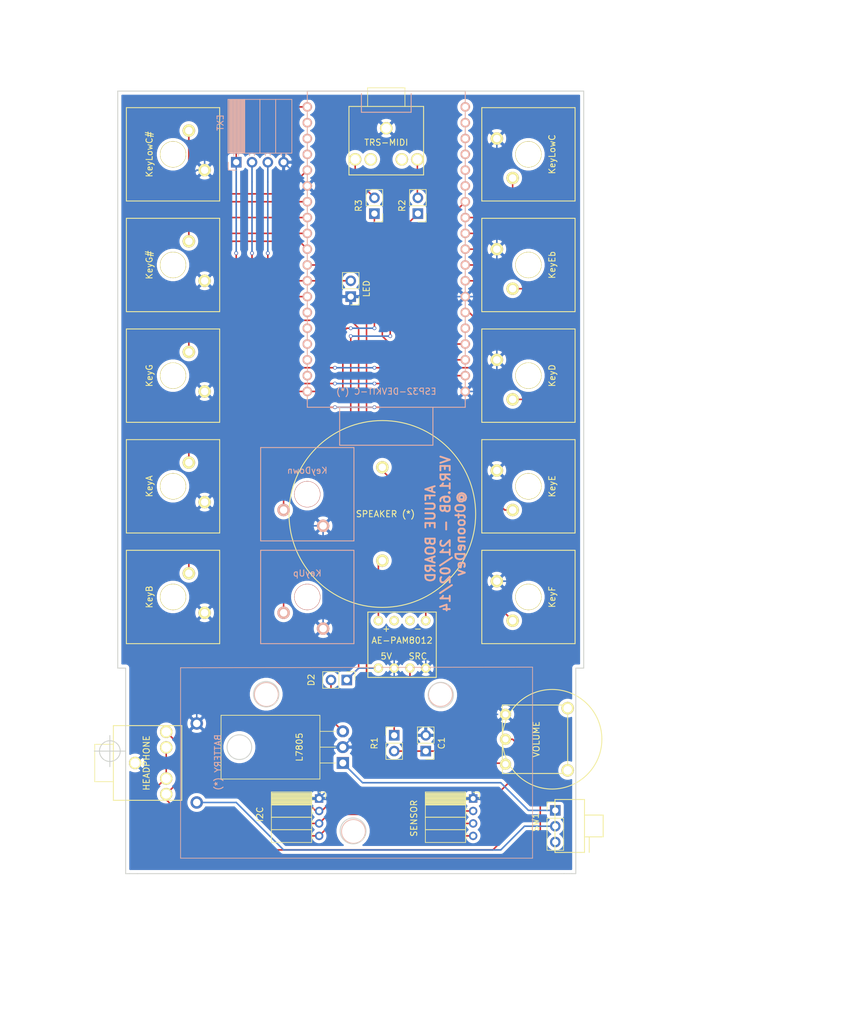
<source format=kicad_pcb>
(kicad_pcb (version 20171130) (host pcbnew "(5.1.8)-1")
  (layers (0 F.Cu signal) (31 B.Cu signal) (34 B.Paste user) (35 F.Paste user) (36 B.SilkS user) (37 F.SilkS user) (38 B.Mask user) (39 F.Mask user) (44 Edge.Cuts user))
  (net 0 "")
  (net 1 GND)
  (net 2 "Net-(P1-Pad3)")
  (net 3 "Net-(P1-Pad4)")
  (net 4 "Net-(P2-Pad1)")
  (net 5 +5V)
  (net 6 "Net-(KeyA1-Pad1)")
  (net 7 "Net-(KeyB1-Pad1)")
  (net 8 "Net-(KeyD1-Pad1)")
  (net 9 "Net-(KeyDown1-Pad1)")
  (net 10 "Net-(KeyE1-Pad1)")
  (net 11 "Net-(KeyEb1-Pad1)")
  (net 12 "Net-(KeyF1-Pad1)")
  (net 13 "Net-(KeyG#1-Pad1)")
  (net 14 "Net-(KeyG1-Pad1)")
  (net 15 "Net-(KeyLowC#1-Pad1)")
  (net 16 "Net-(KeyLowC1-Pad1)")
  (net 17 "Net-(KeyUP1-Pad1)")
  (net 18 "Net-(P5-Pad2)")
  (net 19 "Net-(P3-Pad2)")
  (net 20 "Net-(P3-Pad3)")
  (net 21 "Net-(P2-Pad2)")
  (net 22 "Net-(D1-Pad2)")
  (net 23 "Net-(P8-Pad3)")
  (net 24 "Net-(P8-Pad5)")
  (net 25 "Net-(R1-Pad1)")
  (net 26 "Net-(C1-Pad1)")
  (net 27 "Net-(P1-Pad2)")
  (net 28 "Net-(KeyA1-Pad3)")
  (net 29 "Net-(KeyB1-Pad3)")
  (net 30 "Net-(KeyD1-Pad3)")
  (net 31 "Net-(KeyDown1-Pad3)")
  (net 32 "Net-(KeyE1-Pad3)")
  (net 33 "Net-(KeyEb1-Pad3)")
  (net 34 "Net-(KeyF1-Pad3)")
  (net 35 "Net-(KeyG1-Pad3)")
  (net 36 "Net-(KeyG#1-Pad3)")
  (net 37 "Net-(KeyLowC1-Pad3)")
  (net 38 "Net-(KeyLowC#1-Pad3)")
  (net 39 "Net-(KeyUP1-Pad3)")
  (net 40 "Net-(P4-Pad1)")
  (net 41 "Net-(P6-Pad6)")
  (net 42 "Net-(P6-Pad7)")
  (net 43 "Net-(P8-Pad2)")
  (net 44 "Net-(P8-Pad4)")
  (net 45 +9V)
  (net 46 "Net-(SW1-Pad3)")
  (net 47 "Net-(U1-Pad6)")
  (net 48 "Net-(U1-Pad5)")
  (net 49 "Net-(U1-Pad16)")
  (net 50 "Net-(U1-Pad17)")
  (net 51 "Net-(U1-Pad4)")
  (net 52 "Net-(U1-Pad3)")
  (net 53 "Net-(U1-Pad18)")
  (net 54 "Net-(U1-Pad2)")
  (net 55 "Net-(U1-Pad20)")
  (net 56 "Net-(U1-Pad21)")
  (net 57 "Net-(U1-Pad22)")
  (net 58 "Net-(U1-Pad23)")
  (net 59 "Net-(U1-Pad24)")
  (net 60 "Net-(U1-Pad25)")
  (net 61 "Net-(U1-Pad34)")
  (net 62 "Net-(D2-Pad2)")
  (net 63 "Net-(R2-Pad1)")
  (module "HPJack_PJ307:PJ-307 AudioJack" (layer F.Cu) (at 120.65 167.005 90)
    (fp_text reference HEADPHONE (at 0 -6.175 90) (layer F.SilkS))
    (fp_text value HEADPHONE)
    (pad 5 thru_hole circle (at 5 -3 90) (size 2 2) (drill 1.5) (layers *.Cu *.Mask F.SilkS) (net 19 "Net-(P3-Pad2)"))
    (pad 4 thru_hole circle (at 2.5 -3 90) (size 2 2) (drill 1.5) (layers *.Cu *.Mask F.SilkS) (net 20 "Net-(P3-Pad3)"))
    (pad 3 thru_hole circle (at -2.5 -3 90) (size 2 2) (drill 1.5) (layers *.Cu *.Mask F.SilkS) (net 20 "Net-(P3-Pad3)"))
    (pad 2 thru_hole circle (at -5 -3 90) (size 2 2) (drill 1.5) (layers *.Cu *.Mask F.SilkS) (net 19 "Net-(P3-Pad2)"))
    (pad 1 thru_hole circle (at 0 -8 90) (size 2 2) (drill 1.5) (layers *.Cu *.Mask F.SilkS) (net 1 GND))
  )
  (module "HPJack_PJ307:PJ-307 AudioJack" (layer F.Cu) (at 153.035 73.025)
    (fp_text reference TRS-MIDI (at 0 -5.715) (layer F.SilkS))
    (fp_text value "TRS MIDI")
    (pad 5 thru_hole circle (at 5 -3) (size 2 2) (drill 1.5) (layers *.Cu *.Mask F.SilkS) (net 24 "Net-(P8-Pad5)"))
    (pad 4 thru_hole circle (at 2.5 -3) (size 2 2) (drill 1.5) (layers *.Cu *.Mask F.SilkS) (net 44 "Net-(P8-Pad4)"))
    (pad 3 thru_hole circle (at -2.5 -3) (size 2 2) (drill 1.5) (layers *.Cu *.Mask F.SilkS) (net 23 "Net-(P8-Pad3)"))
    (pad 2 thru_hole circle (at -5 -3) (size 2 2) (drill 1.5) (layers *.Cu *.Mask F.SilkS) (net 43 "Net-(P8-Pad2)"))
    (pad 1 thru_hole circle (at 0 -8) (size 2 2) (drill 1.5) (layers *.Cu *.Mask F.SilkS) (net 1 GND))
  )
  (module BH-9V-3P24:BH-9V-3P24 (layer B.Cu) (at 122.555 167.005 90)
    (fp_text reference "BATTERY (*)" (at 0.1 3.4 270) (layer B.SilkS) (effects (justify mirror)))
    (fp_text value POWER)
    (pad 2 thru_hole circle (at 6.35 0 90) (size 2 2) (drill 1.2) (layers *.Cu *.Mask) (net 1 GND))
    (pad 1 thru_hole circle (at -6.35 0 90) (size 2 2) (drill 1.2) (layers *.Cu *.Mask) (net 40 "Net-(P4-Pad1)"))
  )
  (module Package_TO_SOT_THT:TO-220-3_Horizontal_TabDown (layer F.Cu) (at 146.05 167.005 90)
    (fp_text reference L7805 (at 2.54 -6.985 270) (layer F.SilkS))
    (fp_text value L7805)
    (pad "" np_thru_hole oval (at 2.54 -16.66 90) (size 3.5 3.5) (drill 3.5) (layers *.Cu *.Mask))
    (pad 1 thru_hole rect (at 0 0 90) (size 1.905 2) (drill 1.1) (layers *.Cu *.Mask) (net 45 +9V))
    (pad 2 thru_hole oval (at 2.54 0 90) (size 1.905 2) (drill 1.1) (layers *.Cu *.Mask) (net 1 GND))
    (pad 3 thru_hole oval (at 5.08 0 90) (size 1.905 2) (drill 1.1) (layers *.Cu *.Mask) (net 62 "Net-(D2-Pad2)"))
  )
  (module R1001-N16:R1001-N16 (layer F.Cu) (at 179.705 163.195 270)
    (fp_text reference VOLUME (at 0 2.54 270) (layer F.SilkS))
    (fp_text value POT)
    (pad "" thru_hole circle (at 5 -2.5 270) (size 2 2) (drill 1.4) (layers *.Cu *.Mask F.SilkS))
    (pad 3 thru_hole circle (at 4 7.5 270) (size 1.8 1.8) (drill 1) (layers *.Cu *.Mask F.SilkS) (net 26 "Net-(C1-Pad1)"))
    (pad 2 thru_hole circle (at 0 7.5 270) (size 1.8 1.8) (drill 1) (layers *.Cu *.Mask F.SilkS) (net 19 "Net-(P3-Pad2)"))
    (pad 1 thru_hole circle (at -4 7.5 270) (size 1.8 1.8) (drill 1) (layers *.Cu *.Mask F.SilkS) (net 1 GND))
    (pad "" thru_hole circle (at -5 -2.5 270) (size 2 2) (drill 1.4) (layers *.Cu *.Mask F.SilkS))
  )
  (module esp32-devkit-c:ESP32-DEVKIT-C (layer B.Cu) (at 153.035 84.455)
    (fp_text reference "ESP32-DEVKIT-C (*)" (at 0 22.86) (layer B.SilkS) (effects (justify mirror)))
    (fp_text value ESP32-DEVKIT-C)
    (pad 10 thru_hole circle (at -12.7 0) (size 1.524 1.524) (drill 1) (layers *.Cu *.Mask B.SilkS) (net 7 "Net-(KeyB1-Pad1)"))
    (pad 29 thru_hole circle (at 12.7 0) (size 1.524 1.524) (drill 1) (layers *.Cu *.Mask B.SilkS) (net 8 "Net-(KeyD1-Pad1)"))
    (pad 9 thru_hole circle (at -12.7 2.54) (size 1.524 1.524) (drill 1) (layers *.Cu *.Mask B.SilkS) (net 25 "Net-(R1-Pad1)"))
    (pad 8 thru_hole circle (at -12.7 5.08) (size 1.524 1.524) (drill 1) (layers *.Cu *.Mask B.SilkS) (net 22 "Net-(D1-Pad2)"))
    (pad 7 thru_hole circle (at -12.7 7.62) (size 1.524 1.524) (drill 1) (layers *.Cu *.Mask B.SilkS) (net 18 "Net-(P5-Pad2)"))
    (pad 6 thru_hole circle (at -12.7 10.16) (size 1.524 1.524) (drill 1) (layers *.Cu *.Mask B.SilkS) (net 47 "Net-(U1-Pad6)"))
    (pad 5 thru_hole circle (at -12.7 12.7) (size 1.524 1.524) (drill 1) (layers *.Cu *.Mask B.SilkS) (net 48 "Net-(U1-Pad5)"))
    (pad 11 thru_hole circle (at -12.7 -2.54) (size 1.524 1.524) (drill 1) (layers *.Cu *.Mask B.SilkS) (net 6 "Net-(KeyA1-Pad1)"))
    (pad 12 thru_hole circle (at -12.7 -5.08) (size 1.524 1.524) (drill 1) (layers *.Cu *.Mask B.SilkS) (net 14 "Net-(KeyG1-Pad1)"))
    (pad 13 thru_hole circle (at -12.7 -7.62) (size 1.524 1.524) (drill 1) (layers *.Cu *.Mask B.SilkS) (net 13 "Net-(KeyG#1-Pad1)"))
    (pad 14 thru_hole circle (at -12.7 -10.16) (size 1.524 1.524) (drill 1) (layers *.Cu *.Mask B.SilkS) (net 1 GND))
    (pad 15 thru_hole circle (at -12.7 -12.7) (size 1.524 1.524) (drill 1) (layers *.Cu *.Mask B.SilkS) (net 15 "Net-(KeyLowC#1-Pad1)"))
    (pad 16 thru_hole circle (at -12.7 -15.24) (size 1.524 1.524) (drill 1) (layers *.Cu *.Mask B.SilkS) (net 49 "Net-(U1-Pad16)"))
    (pad 17 thru_hole circle (at -12.7 -17.78) (size 1.524 1.524) (drill 1) (layers *.Cu *.Mask B.SilkS) (net 50 "Net-(U1-Pad17)"))
    (pad 4 thru_hole circle (at -12.7 15.24) (size 1.524 1.524) (drill 1) (layers *.Cu *.Mask B.SilkS) (net 51 "Net-(U1-Pad4)"))
    (pad 3 thru_hole circle (at -12.7 17.78) (size 1.524 1.524) (drill 1) (layers *.Cu *.Mask B.SilkS) (net 52 "Net-(U1-Pad3)"))
    (pad 18 thru_hole circle (at -12.7 -20.32) (size 1.524 1.524) (drill 1) (layers *.Cu *.Mask B.SilkS) (net 53 "Net-(U1-Pad18)"))
    (pad 2 thru_hole circle (at -12.7 20.32) (size 1.524 1.524) (drill 1) (layers *.Cu *.Mask B.SilkS) (net 54 "Net-(U1-Pad2)"))
    (pad 1 thru_hole circle (at -12.7 22.86) (size 1.524 1.524) (drill 1) (layers *.Cu *.Mask B.SilkS) (net 27 "Net-(P1-Pad2)"))
    (pad 19 thru_hole circle (at -12.7 -22.86) (size 1.524 1.524) (drill 1) (layers *.Cu *.Mask B.SilkS) (net 5 +5V))
    (pad 20 thru_hole circle (at 12.7 -22.86) (size 1.524 1.524) (drill 1) (layers *.Cu *.Mask B.SilkS) (net 55 "Net-(U1-Pad20)"))
    (pad 21 thru_hole circle (at 12.7 -20.32) (size 1.524 1.524) (drill 1) (layers *.Cu *.Mask B.SilkS) (net 56 "Net-(U1-Pad21)"))
    (pad 22 thru_hole circle (at 12.7 -17.78) (size 1.524 1.524) (drill 1) (layers *.Cu *.Mask B.SilkS) (net 57 "Net-(U1-Pad22)"))
    (pad 23 thru_hole circle (at 12.7 -15.24) (size 1.524 1.524) (drill 1) (layers *.Cu *.Mask B.SilkS) (net 58 "Net-(U1-Pad23)"))
    (pad 24 thru_hole circle (at 12.7 -12.7) (size 1.524 1.524) (drill 1) (layers *.Cu *.Mask B.SilkS) (net 59 "Net-(U1-Pad24)"))
    (pad 25 thru_hole circle (at 12.7 -10.16) (size 1.524 1.524) (drill 1) (layers *.Cu *.Mask B.SilkS) (net 60 "Net-(U1-Pad25)"))
    (pad 26 thru_hole circle (at 12.7 -7.62) (size 1.524 1.524) (drill 1) (layers *.Cu *.Mask B.SilkS) (net 17 "Net-(KeyUP1-Pad1)"))
    (pad 27 thru_hole circle (at 12.7 -5.08) (size 1.524 1.524) (drill 1) (layers *.Cu *.Mask B.SilkS) (net 16 "Net-(KeyLowC1-Pad1)"))
    (pad 28 thru_hole circle (at 12.7 -2.54) (size 1.524 1.524) (drill 1) (layers *.Cu *.Mask B.SilkS) (net 11 "Net-(KeyEb1-Pad1)"))
    (pad 30 thru_hole circle (at 12.7 2.54) (size 1.524 1.524) (drill 1) (layers *.Cu *.Mask B.SilkS) (net 10 "Net-(KeyE1-Pad1)"))
    (pad 31 thru_hole circle (at 12.7 5.08) (size 1.524 1.524) (drill 1) (layers *.Cu *.Mask B.SilkS) (net 12 "Net-(KeyF1-Pad1)"))
    (pad 32 thru_hole circle (at 12.7 7.62) (size 1.524 1.524) (drill 1) (layers *.Cu *.Mask B.SilkS) (net 1 GND))
    (pad 33 thru_hole circle (at 12.7 10.16) (size 1.524 1.524) (drill 1) (layers *.Cu *.Mask B.SilkS) (net 2 "Net-(P1-Pad3)"))
    (pad 34 thru_hole circle (at 12.7 12.7) (size 1.524 1.524) (drill 1) (layers *.Cu *.Mask B.SilkS) (net 61 "Net-(U1-Pad34)"))
    (pad 35 thru_hole circle (at 12.7 15.24) (size 1.524 1.524) (drill 1) (layers *.Cu *.Mask B.SilkS) (net 63 "Net-(R2-Pad1)"))
    (pad 36 thru_hole circle (at 12.7 17.78) (size 1.524 1.524) (drill 1) (layers *.Cu *.Mask B.SilkS) (net 3 "Net-(P1-Pad4)"))
    (pad 37 thru_hole circle (at 12.7 20.32) (size 1.524 1.524) (drill 1) (layers *.Cu *.Mask B.SilkS) (net 9 "Net-(KeyDown1-Pad1)"))
    (pad 38 thru_hole circle (at 12.7 22.86) (size 1.524 1.524) (drill 1) (layers *.Cu *.Mask B.SilkS) (net 1 GND))
  )
  (module CherryMX-Switch:CherryMX-Switch (layer F.Cu) (at 118.745 69.215 270)
    (fp_text reference KeyLowC# (at 0 3.81 270) (layer F.SilkS))
    (fp_text value KeyLowC#)
    (pad 1 thru_hole circle (at -3.81 -2.54 270) (size 2 2) (drill 1.2) (layers *.Cu *.Mask F.SilkS) (net 15 "Net-(KeyLowC#1-Pad1)"))
    (pad 2 thru_hole circle (at 2.54 -5.08 270) (size 2 2) (drill 1.2) (layers *.Cu *.Mask F.SilkS) (net 1 GND))
    (pad 3 thru_hole circle (at 0 0 270) (size 4.2 4.2) (drill 4) (layers *.Cu *.Mask F.SilkS) (net 38 "Net-(KeyLowC#1-Pad3)"))
  )
  (module CherryMX-Switch:CherryMX-Switch (layer F.Cu) (at 118.745 86.995 270)
    (fp_text reference KeyG# (at 0 3.81 270) (layer F.SilkS))
    (fp_text value KeyG#)
    (pad 1 thru_hole circle (at -3.81 -2.54 270) (size 2 2) (drill 1.2) (layers *.Cu *.Mask F.SilkS) (net 13 "Net-(KeyG#1-Pad1)"))
    (pad 2 thru_hole circle (at 2.54 -5.08 270) (size 2 2) (drill 1.2) (layers *.Cu *.Mask F.SilkS) (net 1 GND))
    (pad 3 thru_hole circle (at 0 0 270) (size 4.2 4.2) (drill 4) (layers *.Cu *.Mask F.SilkS) (net 36 "Net-(KeyG#1-Pad3)"))
  )
  (module CherryMX-Switch:CherryMX-Switch (layer F.Cu) (at 118.745 104.775 270)
    (fp_text reference KeyG (at 0 3.81 270) (layer F.SilkS))
    (fp_text value KeyG)
    (pad 1 thru_hole circle (at -3.81 -2.54 270) (size 2 2) (drill 1.2) (layers *.Cu *.Mask F.SilkS) (net 14 "Net-(KeyG1-Pad1)"))
    (pad 2 thru_hole circle (at 2.54 -5.08 270) (size 2 2) (drill 1.2) (layers *.Cu *.Mask F.SilkS) (net 1 GND))
    (pad 3 thru_hole circle (at 0 0 270) (size 4.2 4.2) (drill 4) (layers *.Cu *.Mask F.SilkS) (net 35 "Net-(KeyG1-Pad3)"))
  )
  (module CherryMX-Switch:CherryMX-Switch (layer F.Cu) (at 118.745 122.555 270)
    (fp_text reference KeyA (at 0 3.81 270) (layer F.SilkS))
    (fp_text value KeyA)
    (pad 1 thru_hole circle (at -3.81 -2.54 270) (size 2 2) (drill 1.2) (layers *.Cu *.Mask F.SilkS) (net 6 "Net-(KeyA1-Pad1)"))
    (pad 2 thru_hole circle (at 2.54 -5.08 270) (size 2 2) (drill 1.2) (layers *.Cu *.Mask F.SilkS) (net 1 GND))
    (pad 3 thru_hole circle (at 0 0 270) (size 4.2 4.2) (drill 4) (layers *.Cu *.Mask F.SilkS) (net 28 "Net-(KeyA1-Pad3)"))
  )
  (module CherryMX-Switch:CherryMX-Switch (layer F.Cu) (at 118.745 140.335 270)
    (fp_text reference KeyB (at 0 3.81 270) (layer F.SilkS))
    (fp_text value KeyB)
    (pad 1 thru_hole circle (at -3.81 -2.54 270) (size 2 2) (drill 1.2) (layers *.Cu *.Mask F.SilkS) (net 7 "Net-(KeyB1-Pad1)"))
    (pad 2 thru_hole circle (at 2.54 -5.08 270) (size 2 2) (drill 1.2) (layers *.Cu *.Mask F.SilkS) (net 1 GND))
    (pad 3 thru_hole circle (at 0 0 270) (size 4.2 4.2) (drill 4) (layers *.Cu *.Mask F.SilkS) (net 29 "Net-(KeyB1-Pad3)"))
  )
  (module CherryMX-Switch:CherryMX-Switch (layer F.Cu) (at 175.895 69.215 90)
    (fp_text reference KeyLowC (at 0 3.81 90) (layer F.SilkS))
    (fp_text value KeyLowC)
    (pad 1 thru_hole circle (at -3.81 -2.54 90) (size 2 2) (drill 1.2) (layers *.Cu *.Mask F.SilkS) (net 16 "Net-(KeyLowC1-Pad1)"))
    (pad 2 thru_hole circle (at 2.54 -5.08 90) (size 2 2) (drill 1.2) (layers *.Cu *.Mask F.SilkS) (net 1 GND))
    (pad 3 thru_hole circle (at 0 0 90) (size 4.2 4.2) (drill 4) (layers *.Cu *.Mask F.SilkS) (net 37 "Net-(KeyLowC1-Pad3)"))
  )
  (module CherryMX-Switch:CherryMX-Switch (layer F.Cu) (at 175.895 86.995 90)
    (fp_text reference KeyEb (at 0 3.81 90) (layer F.SilkS))
    (fp_text value KeyEb)
    (pad 1 thru_hole circle (at -3.81 -2.54 90) (size 2 2) (drill 1.2) (layers *.Cu *.Mask F.SilkS) (net 11 "Net-(KeyEb1-Pad1)"))
    (pad 2 thru_hole circle (at 2.54 -5.08 90) (size 2 2) (drill 1.2) (layers *.Cu *.Mask F.SilkS) (net 1 GND))
    (pad 3 thru_hole circle (at 0 0 90) (size 4.2 4.2) (drill 4) (layers *.Cu *.Mask F.SilkS) (net 33 "Net-(KeyEb1-Pad3)"))
  )
  (module CherryMX-Switch:CherryMX-Switch (layer F.Cu) (at 175.895 104.775 90)
    (fp_text reference KeyD (at 0 3.81 90) (layer F.SilkS))
    (fp_text value KeyD)
    (pad 1 thru_hole circle (at -3.81 -2.54 90) (size 2 2) (drill 1.2) (layers *.Cu *.Mask F.SilkS) (net 8 "Net-(KeyD1-Pad1)"))
    (pad 2 thru_hole circle (at 2.54 -5.08 90) (size 2 2) (drill 1.2) (layers *.Cu *.Mask F.SilkS) (net 1 GND))
    (pad 3 thru_hole circle (at 0 0 90) (size 4.2 4.2) (drill 4) (layers *.Cu *.Mask F.SilkS) (net 30 "Net-(KeyD1-Pad3)"))
  )
  (module CherryMX-Switch:CherryMX-Switch (layer F.Cu) (at 175.895 122.555 90)
    (fp_text reference KeyE (at 0 3.81 90) (layer F.SilkS))
    (fp_text value KeyE)
    (pad 1 thru_hole circle (at -3.81 -2.54 90) (size 2 2) (drill 1.2) (layers *.Cu *.Mask F.SilkS) (net 10 "Net-(KeyE1-Pad1)"))
    (pad 2 thru_hole circle (at 2.54 -5.08 90) (size 2 2) (drill 1.2) (layers *.Cu *.Mask F.SilkS) (net 1 GND))
    (pad 3 thru_hole circle (at 0 0 90) (size 4.2 4.2) (drill 4) (layers *.Cu *.Mask F.SilkS) (net 32 "Net-(KeyE1-Pad3)"))
  )
  (module CherryMX-Switch:CherryMX-Switch (layer F.Cu) (at 175.895 140.335 90)
    (fp_text reference KeyF (at 0 3.81 90) (layer F.SilkS))
    (fp_text value KeyF)
    (pad 1 thru_hole circle (at -3.81 -2.54 90) (size 2 2) (drill 1.2) (layers *.Cu *.Mask F.SilkS) (net 12 "Net-(KeyF1-Pad1)"))
    (pad 2 thru_hole circle (at 2.54 -5.08 90) (size 2 2) (drill 1.2) (layers *.Cu *.Mask F.SilkS) (net 1 GND))
    (pad 3 thru_hole circle (at 0 0 90) (size 4.2 4.2) (drill 4) (layers *.Cu *.Mask F.SilkS) (net 34 "Net-(KeyF1-Pad3)"))
  )
  (module CherryMX-Switch:CherryMX-Switch (layer B.Cu) (at 140.335 140.335)
    (fp_text reference KeyUp (at 0 -3.81) (layer B.SilkS) (effects (justify mirror)))
    (fp_text value KeyUp)
    (pad 1 thru_hole circle (at -3.81 2.54) (size 2 2) (drill 1.2) (layers *.Cu *.Mask B.SilkS) (net 17 "Net-(KeyUP1-Pad1)"))
    (pad 2 thru_hole circle (at 2.54 5.08) (size 2 2) (drill 1.2) (layers *.Cu *.Mask B.SilkS) (net 1 GND))
    (pad 3 thru_hole circle (at 0 0) (size 4.2 4.2) (drill 4) (layers *.Cu *.Mask B.SilkS) (net 39 "Net-(KeyUP1-Pad3)"))
  )
  (module CherryMX-Switch:CherryMX-Switch (layer B.Cu) (at 140.335 123.825)
    (fp_text reference KeyDown (at 0 -3.81) (layer B.SilkS) (effects (justify mirror)))
    (fp_text value KeyDown)
    (pad 1 thru_hole circle (at -3.81 2.54) (size 2 2) (drill 1.2) (layers *.Cu *.Mask B.SilkS) (net 9 "Net-(KeyDown1-Pad1)"))
    (pad 2 thru_hole circle (at 2.54 5.08) (size 2 2) (drill 1.2) (layers *.Cu *.Mask B.SilkS) (net 1 GND))
    (pad 3 thru_hole circle (at 0 0) (size 4.2 4.2) (drill 4) (layers *.Cu *.Mask B.SilkS) (net 31 "Net-(KeyDown1-Pad3)"))
  )
  (module AE-PAM8012:AE-PAM8012 (layer F.Cu) (at 155.575 147.955)
    (fp_text reference AE-PAM8012 (at 0 -0.635) (layer F.SilkS))
    (fp_text value AE-PAM8012)
    (fp_text user SRC (at 2.54 1.905) (layer F.SilkS))
    (fp_text user 5V (at -2.54 1.905) (layer F.SilkS))
    (fp_text user - (at 2.54 -2.54) (layer F.SilkS))
    (fp_text user + (at -2.54 -2.54) (layer F.SilkS))
    (pad 1 thru_hole circle (at -3.81 3.81) (size 1.524 1.524) (drill 0.9) (layers *.Cu *.Mask F.SilkS) (net 5 +5V))
    (pad 2 thru_hole circle (at -1.27 3.81) (size 1.524 1.524) (drill 0.9) (layers *.Cu *.Mask F.SilkS) (net 1 GND))
    (pad 3 thru_hole circle (at 1.27 3.81) (size 1.524 1.524) (drill 0.9) (layers *.Cu *.Mask F.SilkS) (net 20 "Net-(P3-Pad3)"))
    (pad 4 thru_hole circle (at 3.81 3.81) (size 1.524 1.524) (drill 0.9) (layers *.Cu *.Mask F.SilkS) (net 1 GND))
    (pad 5 thru_hole circle (at -3.81 -3.81) (size 1.524 1.524) (drill 0.9) (layers *.Cu *.Mask F.SilkS) (net 4 "Net-(P2-Pad1)"))
    (pad 6 thru_hole circle (at -1.27 -3.81) (size 1.524 1.524) (drill 0.9) (layers *.Cu *.Mask F.SilkS) (net 41 "Net-(P6-Pad6)"))
    (pad 7 thru_hole circle (at 1.27 -3.81) (size 1.524 1.524) (drill 0.9) (layers *.Cu *.Mask F.SilkS) (net 42 "Net-(P6-Pad7)"))
    (pad 8 thru_hole circle (at 3.81 -3.81) (size 1.524 1.524) (drill 0.9) (layers *.Cu *.Mask F.SilkS) (net 21 "Net-(P2-Pad2)"))
  )
  (module Pin_Headers:Pin_Header_Straight_1x02_Pitch2.54mm (layer F.Cu) (at 147.32 92.075 180)
    (fp_text reference LED (at -2.54 1.27 270) (layer F.SilkS))
    (fp_text value Led_Small)
    (pad 1 thru_hole rect (at 0 0 180) (size 1.7 1.7) (drill 1) (layers *.Cu *.Mask) (net 1 GND))
    (pad 2 thru_hole oval (at 0 2.54 180) (size 1.7 1.7) (drill 1) (layers *.Cu *.Mask) (net 22 "Net-(D1-Pad2)"))
  )
  (module Pin_Headers:Pin_Header_Straight_1x02_Pitch2.54mm (layer F.Cu) (at 154.305 162.56)
    (fp_text reference R1 (at -3.175 1.27 90) (layer F.SilkS))
    (fp_text value 510)
    (pad 1 thru_hole rect (at 0 0) (size 1.7 1.7) (drill 1) (layers *.Cu *.Mask) (net 25 "Net-(R1-Pad1)"))
    (pad 2 thru_hole oval (at 0 2.54) (size 1.7 1.7) (drill 1) (layers *.Cu *.Mask) (net 26 "Net-(C1-Pad1)"))
  )
  (module Pin_Headers:Pin_Header_Straight_1x02_Pitch2.54mm (layer F.Cu) (at 158.115 78.74 180)
    (fp_text reference R2 (at 2.54 1.27 90) (layer F.SilkS))
    (fp_text value 47)
    (pad 1 thru_hole rect (at 0 0 180) (size 1.7 1.7) (drill 1) (layers *.Cu *.Mask) (net 63 "Net-(R2-Pad1)"))
    (pad 2 thru_hole oval (at 0 2.54 180) (size 1.7 1.7) (drill 1) (layers *.Cu *.Mask) (net 24 "Net-(P8-Pad5)"))
  )
  (module Pin_Headers:Pin_Header_Straight_1x02_Pitch2.54mm (layer F.Cu) (at 151.13 78.74 180)
    (fp_text reference R3 (at 2.54 1.27 270) (layer F.SilkS))
    (fp_text value 47)
    (pad 1 thru_hole rect (at 0 0 180) (size 1.7 1.7) (drill 1) (layers *.Cu *.Mask) (net 27 "Net-(P1-Pad2)"))
    (pad 2 thru_hole oval (at 0 2.54 180) (size 1.7 1.7) (drill 1) (layers *.Cu *.Mask) (net 43 "Net-(P8-Pad2)"))
  )
  (module Pin_Headers:Pin_Header_Straight_1x02_Pitch2.54mm (layer F.Cu) (at 159.385 165.1 180)
    (fp_text reference C1 (at -2.54 1.27 270) (layer F.SilkS))
    (fp_text value C)
    (pad 1 thru_hole rect (at 0 0 180) (size 1.7 1.7) (drill 1) (layers *.Cu *.Mask) (net 26 "Net-(C1-Pad1)"))
    (pad 2 thru_hole oval (at 0 2.54 180) (size 1.7 1.7) (drill 1) (layers *.Cu *.Mask) (net 1 GND))
  )
  (module Socket_Strips:Socket_Strip_Angled_1x04_Pitch2.54mm (layer B.Cu) (at 128.905 70.485 270)
    (fp_text reference EXT (at -6.35 2.54 270) (layer B.SilkS) (effects (justify mirror)))
    (fp_text value EXT)
    (pad 1 thru_hole rect (at 0 0 270) (size 1.7 1.7) (drill 1) (layers *.Cu *.Mask) (net 5 +5V))
    (pad 2 thru_hole oval (at 0 -2.54 270) (size 1.7 1.7) (drill 1) (layers *.Cu *.Mask) (net 18 "Net-(P5-Pad2)"))
    (pad 3 thru_hole oval (at 0 -5.08 270) (size 1.7 1.7) (drill 1) (layers *.Cu *.Mask) (net 22 "Net-(D1-Pad2)"))
    (pad 4 thru_hole oval (at 0 -7.62 270) (size 1.7 1.7) (drill 1) (layers *.Cu *.Mask) (net 1 GND))
  )
  (module UGSM30:USGM30 (layer F.Cu) (at 152.4 127 90)
    (fp_text reference "SPEAKER (*)" (at 0 0.5 180) (layer F.SilkS))
    (fp_text value SPEAKER)
    (pad 1 thru_hole circle (at -7.5 0 90) (size 2 2) (drill 1.2) (layers *.Cu *.Mask F.SilkS) (net 4 "Net-(P2-Pad1)"))
    (pad 2 thru_hole circle (at 7.5 0 90) (size 2 2) (drill 1.2) (layers *.Cu *.Mask F.SilkS) (net 21 "Net-(P2-Pad2)"))
  )
  (module Socket_Strips:Socket_Strip_Angled_1x04_Pitch2.00mm (layer F.Cu) (at 167.005 172.72)
    (fp_text reference SENSOR (at -9.525 3.175 270) (layer F.SilkS))
    (fp_text value SENSOR)
    (pad 1 thru_hole rect (at 0 0) (size 1.35 1.35) (drill 0.8) (layers *.Cu *.Mask) (net 1 GND))
    (pad 2 thru_hole oval (at 0 2) (size 1.35 1.35) (drill 0.8) (layers *.Cu *.Mask) (net 27 "Net-(P1-Pad2)"))
    (pad 3 thru_hole oval (at 0 4) (size 1.35 1.35) (drill 0.8) (layers *.Cu *.Mask) (net 2 "Net-(P1-Pad3)"))
    (pad 4 thru_hole oval (at 0 6) (size 1.35 1.35) (drill 0.8) (layers *.Cu *.Mask) (net 3 "Net-(P1-Pad4)"))
  )
  (module Socket_Strips:Socket_Strip_Angled_1x04_Pitch2.00mm (layer F.Cu) (at 142.24 172.72)
    (fp_text reference I2C (at -9.525 2.54 90) (layer F.SilkS))
    (fp_text value I2C)
    (pad 1 thru_hole rect (at 0 0) (size 1.35 1.35) (drill 0.8) (layers *.Cu *.Mask) (net 1 GND))
    (pad 2 thru_hole oval (at 0 2) (size 1.35 1.35) (drill 0.8) (layers *.Cu *.Mask) (net 27 "Net-(P1-Pad2)"))
    (pad 3 thru_hole oval (at 0 4) (size 1.35 1.35) (drill 0.8) (layers *.Cu *.Mask) (net 2 "Net-(P1-Pad3)"))
    (pad 4 thru_hole oval (at 0 6) (size 1.35 1.35) (drill 0.8) (layers *.Cu *.Mask) (net 3 "Net-(P1-Pad4)"))
  )
  (module Connector_PinHeader_2.54mm:PinHeader_1x03_P2.54mm_Vertical (layer F.Cu) (at 180.213 174.625)
    (fp_text reference SW1 (at -3.175 1.905 90) (layer F.SilkS))
    (fp_text value SW_SPDT)
    (pad 1 thru_hole rect (at 0 0) (size 1.7 1.7) (drill 1) (layers *.Cu *.Mask) (net 45 +9V))
    (pad 2 thru_hole oval (at 0 2.54) (size 1.7 1.7) (drill 1) (layers *.Cu *.Mask) (net 40 "Net-(P4-Pad1)"))
    (pad 3 thru_hole oval (at 0 5.08) (size 1.7 1.7) (drill 1) (layers *.Cu *.Mask) (net 46 "Net-(SW1-Pad3)"))
  )
  (module Connector_PinHeader_2.54mm:PinHeader_1x02_P2.54mm_Vertical (layer F.Cu) (at 146.685 153.67 270)
    (fp_text reference D2 (at 0 5.715 90) (layer F.SilkS))
    (fp_text value 1N5822)
    (pad 1 thru_hole rect (at 0 0 270) (size 1.7 1.7) (drill 1) (layers *.Cu *.Mask) (net 5 +5V))
    (pad 2 thru_hole oval (at 0 2.54 270) (size 1.7 1.7) (drill 1) (layers *.Cu *.Mask) (net 62 "Net-(D2-Pad2)"))
  )
  (gr_line (start 183.515 184.785) (end 182.88 184.785) (layer Edge.Cuts) (width 0.15))
  (gr_line (start 183.515 151.765) (end 183.515 184.785) (layer Edge.Cuts) (width 0.15))
  (gr_line (start 184.785 151.765) (end 183.515 151.765) (layer Edge.Cuts) (width 0.15))
  (gr_line (start 111.125 184.785) (end 111.76 184.785) (layer Edge.Cuts) (width 0.15))
  (gr_line (start 111.125 151.765) (end 111.125 184.785) (layer Edge.Cuts) (width 0.15))
  (gr_line (start 109.855 151.765) (end 111.125 151.765) (layer Edge.Cuts) (width 0.15))
  (gr_circle (center 129.413 164.465) (end 130.937 165.735) (layer Edge.Cuts) (width 0.15))
  (gr_circle (center 147.701 177.927) (end 149.352 179.197) (layer Edge.Cuts) (width 0.15))
  (gr_circle (center 161.798 156.083) (end 163.83 156.21) (layer Edge.Cuts) (width 0.15))
  (gr_circle (center 133.731 155.956) (end 135.509 156.972) (layer Edge.Cuts) (width 0.15))
  (gr_line (start 187.912697 175.377011) (end 184.912697 175.377011) (layer F.SilkS) (width 0.15))
  (gr_line (start 187.912697 178.877011) (end 187.912697 175.377011) (layer F.SilkS) (width 0.15))
  (gr_line (start 184.912697 178.877011) (end 187.912697 178.877011) (layer F.SilkS) (width 0.15))
  (gr_line (start 185.674697 181.377011) (end 185.674697 178.877011) (layer F.SilkS) (width 0.15))
  (gr_line (start 184.912697 181.377011) (end 180.162697 181.377011) (layer F.SilkS) (width 0.15))
  (gr_line (start 184.912697 172.877011) (end 184.912697 181.377011) (layer F.SilkS) (width 0.15))
  (gr_line (start 180.162697 172.877011) (end 184.912697 172.877011) (layer F.SilkS) (width 0.15))
  (gr_line (start 180.162697 181.377011) (end 180.162697 172.877011) (layer F.SilkS) (width 0.15))
  (gr_line (start 182.88 184.785) (end 181.61 184.785) (layer Edge.Cuts) (width 0.15))
  (gr_line (start 111.76 184.785) (end 113.03 184.785) (layer Edge.Cuts) (width 0.15))
  (gr_line (start 113.03 184.785) (end 181.61 184.785) (layer Edge.Cuts) (width 0.15))
  (target plus (at 108.585 165.1) (size 5) (width 0.15) (layer Edge.Cuts))
  (gr_line (start 109.855 59.055) (end 109.855 151.765) (angle 90) (layer Edge.Cuts) (width 0.15))
  (gr_line (start 184.785 59.055) (end 109.855 59.055) (angle 90) (layer Edge.Cuts) (width 0.15))
  (gr_line (start 184.785 151.765) (end 184.785 59.055) (angle 90) (layer Edge.Cuts) (width 0.15))
  (gr_text "AFUUE BOARD\nVER1.6B - 21/02/14\n@OtooneDev" (at 162.56 130.175 90) (layer B.SilkS) (effects (font (size 1.5 1.5) (thickness 0.3)) (justify mirror)))
  (segment (start 124.015 125.285) (end 123.825 125.095) (width 0.25) (layer B.Cu) (net 1))
  (segment (start 123.825 142.875) (end 124.65 142.875) (width 0.25) (layer B.Cu) (net 1))
  (segment (start 142.875 128.905) (end 127.635 128.905) (width 0.25) (layer B.Cu) (net 1))
  (segment (start 127.635 128.905) (end 123.825 125.095) (width 0.25) (layer B.Cu) (net 1))
  (segment (start 147.32 92.075) (end 165.735 92.075) (width 0.25) (layer B.Cu) (net 1))
  (segment (start 136.525 61.595) (end 135.255 60.325) (width 0.25) (layer B.Cu) (net 1))
  (segment (start 170.815 119.38) (end 170.815 120.015) (width 0.25) (layer B.Cu) (net 1))
  (segment (start 142.875 128.905) (end 142.875 145.415) (width 0.25) (layer B.Cu) (net 1))
  (segment (start 123.825 142.875) (end 121.285 145.415) (width 0.25) (layer B.Cu) (net 1))
  (segment (start 113.665 144.145) (end 113.665 126.365) (width 0.25) (layer B.Cu) (net 1))
  (segment (start 114.935 145.415) (end 113.665 144.145) (width 0.25) (layer B.Cu) (net 1))
  (segment (start 121.285 145.415) (end 114.935 145.415) (width 0.25) (layer B.Cu) (net 1))
  (segment (start 123.825 125.095) (end 121.285 127.635) (width 0.25) (layer B.Cu) (net 1))
  (segment (start 121.285 127.635) (end 114.935 127.635) (width 0.25) (layer B.Cu) (net 1))
  (segment (start 114.935 127.635) (end 113.665 126.365) (width 0.25) (layer B.Cu) (net 1))
  (segment (start 113.665 126.365) (end 113.665 107.315) (width 0.25) (layer B.Cu) (net 1))
  (segment (start 122.555 62.865) (end 125.095 60.325) (width 0.25) (layer B.Cu) (net 1))
  (segment (start 123.825 64.135) (end 122.555 62.865) (width 0.25) (layer B.Cu) (net 1))
  (segment (start 123.825 71.755) (end 123.825 64.135) (width 0.25) (layer B.Cu) (net 1))
  (segment (start 125.095 60.325) (end 135.255 60.325) (width 0.25) (layer B.Cu) (net 1))
  (segment (start 179.705 118.745) (end 180.975 117.475) (width 0.25) (layer B.Cu) (net 1))
  (segment (start 172.085 100.965) (end 170.815 102.235) (width 0.25) (layer B.Cu) (net 1))
  (segment (start 179.705 100.965) (end 172.085 100.965) (width 0.25) (layer B.Cu) (net 1))
  (segment (start 180.975 102.235) (end 179.705 100.965) (width 0.25) (layer B.Cu) (net 1))
  (segment (start 180.975 117.475) (end 180.975 102.235) (width 0.25) (layer B.Cu) (net 1))
  (segment (start 170.815 137.795) (end 173.355 137.795) (width 0.25) (layer B.Cu) (net 1))
  (segment (start 180.975 120.015) (end 179.705 118.745) (width 0.25) (layer B.Cu) (net 1))
  (segment (start 180.975 130.175) (end 180.975 120.015) (width 0.25) (layer B.Cu) (net 1))
  (segment (start 173.355 137.795) (end 180.975 130.175) (width 0.25) (layer B.Cu) (net 1))
  (segment (start 172.085 118.745) (end 170.815 120.015) (width 0.25) (layer B.Cu) (net 1))
  (segment (start 179.705 118.745) (end 172.085 118.745) (width 0.25) (layer B.Cu) (net 1))
  (segment (start 123.825 107.315) (end 121.285 109.855) (width 0.25) (layer B.Cu) (net 1))
  (segment (start 113.665 107.315) (end 113.665 89.535) (width 0.25) (layer B.Cu) (net 1))
  (segment (start 116.205 109.855) (end 113.665 107.315) (width 0.25) (layer B.Cu) (net 1))
  (segment (start 121.285 109.855) (end 116.205 109.855) (width 0.25) (layer B.Cu) (net 1))
  (segment (start 123.825 71.755) (end 122.555 71.755) (width 0.25) (layer B.Cu) (net 1))
  (segment (start 121.285 92.075) (end 123.825 89.535) (width 0.25) (layer B.Cu) (net 1))
  (segment (start 116.205 92.075) (end 121.285 92.075) (width 0.25) (layer B.Cu) (net 1))
  (segment (start 114.935 90.805) (end 116.205 92.075) (width 0.25) (layer B.Cu) (net 1))
  (segment (start 113.665 89.535) (end 114.935 90.805) (width 0.25) (layer B.Cu) (net 1))
  (segment (start 113.665 80.645) (end 113.665 89.535) (width 0.25) (layer B.Cu) (net 1))
  (segment (start 122.555 71.755) (end 113.665 80.645) (width 0.25) (layer B.Cu) (net 1))
  (segment (start 165.735 107.315) (end 169.545 107.315) (width 0.25) (layer B.Cu) (net 1))
  (segment (start 169.545 107.315) (end 170.815 106.045) (width 0.25) (layer B.Cu) (net 1))
  (segment (start 170.815 106.045) (end 170.815 102.235) (width 0.25) (layer B.Cu) (net 1))
  (segment (start 170.815 102.235) (end 170.815 90.805) (width 0.25) (layer B.Cu) (net 1))
  (segment (start 170.815 84.455) (end 170.815 90.805) (width 0.25) (layer B.Cu) (net 1))
  (segment (start 169.545 92.075) (end 165.735 92.075) (width 0.25) (layer B.Cu) (net 1))
  (segment (start 170.815 90.805) (end 169.545 92.075) (width 0.25) (layer B.Cu) (net 1))
  (segment (start 170.815 66.675) (end 170.815 84.455) (width 0.25) (layer B.Cu) (net 1))
  (segment (start 122.555 146.685) (end 121.285 145.415) (width 0.25) (layer B.Cu) (net 1))
  (segment (start 122.555 160.655) (end 122.555 146.685) (width 0.25) (layer B.Cu) (net 1))
  (segment (start 168.205 159.385) (end 168.395 159.195) (width 0.25) (layer B.Cu) (net 1))
  (segment (start 168.395 140.215) (end 170.815 137.795) (width 0.25) (layer B.Cu) (net 1))
  (segment (start 168.395 159.195) (end 168.395 140.215) (width 0.25) (layer B.Cu) (net 1))
  (segment (start 122.515 160.615) (end 122.555 160.655) (width 0.25) (layer B.Cu) (net 1))
  (segment (start 136.525 61.595) (end 137.795 60.325) (width 0.25) (layer B.Cu) (net 1))
  (segment (start 137.795 60.325) (end 151.13 60.325) (width 0.25) (layer B.Cu) (net 1))
  (segment (start 151.13 63.12) (end 153.035 65.025) (width 0.25) (layer B.Cu) (net 1))
  (segment (start 151.13 62.865) (end 151.13 63.12) (width 0.25) (layer B.Cu) (net 1))
  (segment (start 168.395 159.195) (end 170.935 159.195) (width 0.25) (layer B.Cu) (net 1))
  (segment (start 151.13 62.865) (end 151.13 60.325) (width 0.25) (layer B.Cu) (net 1))
  (segment (start 136.525 70.485) (end 140.335 74.295) (width 0.25) (layer B.Cu) (net 1))
  (segment (start 136.525 70.485) (end 136.525 61.595) (width 0.25) (layer B.Cu) (net 1))
  (segment (start 154.305 151.765) (end 154.305 150.495) (width 0.25) (layer B.Cu) (net 1))
  (segment (start 154.305 150.495) (end 154.94 149.86) (width 0.25) (layer B.Cu) (net 1))
  (segment (start 154.94 149.86) (end 158.75 149.86) (width 0.25) (layer B.Cu) (net 1))
  (segment (start 159.385 150.495) (end 159.385 151.765) (width 0.25) (layer B.Cu) (net 1))
  (segment (start 158.75 149.86) (end 159.385 150.495) (width 0.25) (layer B.Cu) (net 1))
  (segment (start 154.305 156.21) (end 154.305 151.765) (width 0.25) (layer B.Cu) (net 1))
  (segment (start 146.05 164.465) (end 154.305 156.21) (width 0.25) (layer B.Cu) (net 1))
  (segment (start 165.03 162.56) (end 168.205 159.385) (width 0.25) (layer B.Cu) (net 1))
  (segment (start 159.385 162.56) (end 165.03 162.56) (width 0.25) (layer B.Cu) (net 1))
  (segment (start 146.05 164.465) (end 143.51 164.465) (width 0.25) (layer B.Cu) (net 1))
  (segment (start 142.24 165.735) (end 142.24 172.72) (width 0.25) (layer B.Cu) (net 1))
  (segment (start 143.51 164.465) (end 142.24 165.735) (width 0.25) (layer B.Cu) (net 1))
  (segment (start 153.67 172.72) (end 167.005 172.72) (width 0.25) (layer B.Cu) (net 1))
  (segment (start 152.4 171.45) (end 153.67 172.72) (width 0.25) (layer B.Cu) (net 1))
  (segment (start 143.51 171.45) (end 152.4 171.45) (width 0.25) (layer B.Cu) (net 1))
  (segment (start 142.24 172.72) (end 143.51 171.45) (width 0.25) (layer B.Cu) (net 1))
  (segment (start 159.385 161.29) (end 154.305 156.21) (width 0.25) (layer B.Cu) (net 1))
  (segment (start 159.385 162.56) (end 159.385 161.29) (width 0.25) (layer B.Cu) (net 1))
  (via (at 144.78 106.045) (size 0.6) (drill 0.4) (layers F.Cu B.Cu) (net 2))
  (via (at 151.13 106.045) (size 0.6) (drill 0.4) (layers F.Cu B.Cu) (net 2))
  (segment (start 165.735 94.615) (end 166.37 94.615) (width 0.25) (layer F.Cu) (net 2))
  (segment (start 165.735 94.615) (end 166.37 94.615) (width 0.25) (layer F.Cu) (net 2))
  (segment (start 140.525 176.72) (end 138.43 174.625) (width 0.25) (layer F.Cu) (net 2))
  (segment (start 138.43 174.625) (end 138.43 154.305) (width 0.25) (layer F.Cu) (net 2))
  (segment (start 138.43 154.305) (end 132.715 148.59) (width 0.25) (layer F.Cu) (net 2))
  (segment (start 132.715 148.59) (end 132.715 107.315) (width 0.25) (layer F.Cu) (net 2))
  (segment (start 166.37 94.615) (end 167.64 95.885) (width 0.25) (layer F.Cu) (net 2))
  (segment (start 167.64 95.885) (end 167.64 102.87) (width 0.25) (layer F.Cu) (net 2))
  (segment (start 167.64 102.87) (end 167.005 103.505) (width 0.25) (layer F.Cu) (net 2))
  (segment (start 133.985 106.045) (end 132.715 107.315) (width 0.25) (layer F.Cu) (net 2))
  (segment (start 133.985 106.045) (end 144.78 106.045) (width 0.25) (layer F.Cu) (net 2))
  (segment (start 144.78 106.045) (end 151.13 106.045) (width 0.25) (layer B.Cu) (net 2))
  (segment (start 151.13 106.045) (end 160.655 106.045) (width 0.25) (layer F.Cu) (net 2))
  (segment (start 160.655 106.045) (end 163.195 103.505) (width 0.25) (layer F.Cu) (net 2))
  (segment (start 163.195 103.505) (end 167.005 103.505) (width 0.25) (layer F.Cu) (net 2))
  (segment (start 152.59 176.72) (end 167.005 176.72) (width 0.25) (layer F.Cu) (net 2))
  (segment (start 149.86 173.99) (end 152.59 176.72) (width 0.25) (layer F.Cu) (net 2))
  (segment (start 144.97 173.99) (end 149.86 173.99) (width 0.25) (layer F.Cu) (net 2))
  (segment (start 142.24 176.72) (end 144.97 173.99) (width 0.25) (layer F.Cu) (net 2))
  (segment (start 140.525 176.72) (end 142.24 176.72) (width 0.25) (layer F.Cu) (net 2))
  (via (at 144.78 103.505) (size 0.6) (drill 0.4) (layers F.Cu B.Cu) (net 3))
  (via (at 151.13 103.505) (size 0.6) (drill 0.4) (layers F.Cu B.Cu) (net 3))
  (segment (start 144.78 103.505) (end 151.13 103.505) (width 0.25) (layer B.Cu) (net 3))
  (segment (start 151.13 103.505) (end 161.29 103.505) (width 0.25) (layer F.Cu) (net 3))
  (segment (start 162.56 102.235) (end 165.735 102.235) (width 0.25) (layer F.Cu) (net 3))
  (segment (start 161.29 103.505) (end 162.56 102.235) (width 0.25) (layer F.Cu) (net 3))
  (segment (start 132.08 103.505) (end 144.78 103.505) (width 0.25) (layer F.Cu) (net 3))
  (segment (start 130.81 149.225) (end 130.81 104.775) (width 0.25) (layer F.Cu) (net 3))
  (segment (start 136.525 176.53) (end 136.525 154.94) (width 0.25) (layer F.Cu) (net 3))
  (segment (start 130.81 104.775) (end 132.08 103.505) (width 0.25) (layer F.Cu) (net 3))
  (segment (start 136.525 154.94) (end 130.81 149.225) (width 0.25) (layer F.Cu) (net 3))
  (segment (start 138.715 178.72) (end 136.525 176.53) (width 0.25) (layer F.Cu) (net 3))
  (segment (start 145.7 175.26) (end 142.24 178.72) (width 0.25) (layer F.Cu) (net 3))
  (segment (start 149.225 175.26) (end 145.7 175.26) (width 0.25) (layer F.Cu) (net 3))
  (segment (start 152.685 178.72) (end 149.225 175.26) (width 0.25) (layer F.Cu) (net 3))
  (segment (start 167.005 178.72) (end 152.685 178.72) (width 0.25) (layer F.Cu) (net 3))
  (segment (start 138.715 178.72) (end 142.24 178.72) (width 0.25) (layer F.Cu) (net 3))
  (segment (start 151.765 135.135) (end 152.4 134.5) (width 0.25) (layer F.Cu) (net 4))
  (segment (start 151.765 144.145) (end 151.765 135.135) (width 0.25) (layer F.Cu) (net 4))
  (via (at 128.905 85.09) (size 0.6) (drill 0.4) (layers F.Cu B.Cu) (net 5))
  (segment (start 140.335 61.595) (end 140.335 60.96) (width 0.25) (layer F.Cu) (net 5))
  (segment (start 128.905 85.09) (end 128.905 73.66) (width 0.25) (layer B.Cu) (net 5))
  (segment (start 128.905 70.485) (end 128.905 73.66) (width 0.25) (layer B.Cu) (net 5))
  (segment (start 128.905 70.485) (end 128.905 64.135) (width 0.25) (layer F.Cu) (net 5))
  (segment (start 131.445 61.595) (end 140.335 61.595) (width 0.25) (layer F.Cu) (net 5))
  (segment (start 128.905 64.135) (end 131.445 61.595) (width 0.25) (layer F.Cu) (net 5))
  (segment (start 148.59 151.765) (end 146.685 153.67) (width 0.25) (layer F.Cu) (net 5))
  (segment (start 148.59 97.155) (end 148.59 151.765) (width 0.25) (layer F.Cu) (net 5))
  (segment (start 147.32 95.885) (end 148.59 97.155) (width 0.25) (layer F.Cu) (net 5))
  (segment (start 129.54 95.885) (end 147.32 95.885) (width 0.25) (layer F.Cu) (net 5))
  (segment (start 128.905 95.25) (end 129.54 95.885) (width 0.25) (layer F.Cu) (net 5))
  (segment (start 128.905 85.09) (end 128.905 95.25) (width 0.25) (layer F.Cu) (net 5))
  (segment (start 148.59 151.765) (end 146.685 153.67) (width 0.25) (layer B.Cu) (net 5))
  (segment (start 151.765 151.765) (end 148.59 151.765) (width 0.25) (layer B.Cu) (net 5))
  (segment (start 140.335 81.915) (end 127.635 81.915) (width 0.25) (layer F.Cu) (net 6))
  (segment (start 121.285 107.315) (end 121.285 118.745) (width 0.25) (layer F.Cu) (net 6))
  (segment (start 123.825 104.775) (end 121.285 107.315) (width 0.25) (layer F.Cu) (net 6))
  (segment (start 123.825 92.075) (end 123.825 104.775) (width 0.25) (layer F.Cu) (net 6))
  (segment (start 126.365 89.535) (end 123.825 92.075) (width 0.25) (layer F.Cu) (net 6))
  (segment (start 126.365 83.185) (end 126.365 89.535) (width 0.25) (layer F.Cu) (net 6))
  (segment (start 127.635 81.915) (end 126.365 83.185) (width 0.25) (layer F.Cu) (net 6))
  (segment (start 140.335 84.455) (end 139.065 83.185) (width 0.25) (layer F.Cu) (net 7))
  (segment (start 121.285 125.095) (end 121.285 136.525) (width 0.25) (layer F.Cu) (net 7))
  (segment (start 123.825 122.555) (end 121.285 125.095) (width 0.25) (layer F.Cu) (net 7))
  (segment (start 123.825 111.125) (end 123.825 122.555) (width 0.25) (layer F.Cu) (net 7))
  (segment (start 126.365 108.585) (end 123.825 111.125) (width 0.25) (layer F.Cu) (net 7))
  (segment (start 126.365 91.44) (end 126.365 108.585) (width 0.25) (layer F.Cu) (net 7))
  (segment (start 127.635 90.17) (end 126.365 91.44) (width 0.25) (layer F.Cu) (net 7))
  (segment (start 127.635 83.82) (end 127.635 90.17) (width 0.25) (layer F.Cu) (net 7))
  (segment (start 128.27 83.185) (end 127.635 83.82) (width 0.25) (layer F.Cu) (net 7))
  (segment (start 139.065 83.185) (end 128.27 83.185) (width 0.25) (layer F.Cu) (net 7))
  (segment (start 165.735 84.455) (end 168.275 84.455) (width 0.25) (layer F.Cu) (net 8))
  (segment (start 178.435 108.585) (end 173.355 108.585) (width 0.25) (layer F.Cu) (net 8))
  (segment (start 179.705 107.315) (end 178.435 108.585) (width 0.25) (layer F.Cu) (net 8))
  (segment (start 179.705 94.615) (end 179.705 107.315) (width 0.25) (layer F.Cu) (net 8))
  (segment (start 178.435 93.345) (end 179.705 94.615) (width 0.25) (layer F.Cu) (net 8))
  (segment (start 172.085 93.345) (end 178.435 93.345) (width 0.25) (layer F.Cu) (net 8))
  (segment (start 170.815 92.075) (end 172.085 93.345) (width 0.25) (layer F.Cu) (net 8))
  (segment (start 170.815 86.995) (end 170.815 92.075) (width 0.25) (layer F.Cu) (net 8))
  (segment (start 168.275 84.455) (end 170.815 86.995) (width 0.25) (layer F.Cu) (net 8))
  (via (at 144.78 109.855) (size 0.6) (drill 0.4) (layers F.Cu B.Cu) (net 9))
  (via (at 151.13 109.855) (size 0.6) (drill 0.4) (layers F.Cu B.Cu) (net 9))
  (segment (start 136.525 111.76) (end 136.525 126.365) (width 0.25) (layer F.Cu) (net 9))
  (segment (start 138.43 109.855) (end 136.525 111.76) (width 0.25) (layer F.Cu) (net 9))
  (segment (start 138.43 109.855) (end 144.78 109.855) (width 0.25) (layer F.Cu) (net 9))
  (segment (start 144.78 109.855) (end 151.13 109.855) (width 0.25) (layer B.Cu) (net 9))
  (segment (start 151.13 109.855) (end 159.385 109.855) (width 0.25) (layer F.Cu) (net 9))
  (segment (start 164.465 104.775) (end 165.735 104.775) (width 0.25) (layer F.Cu) (net 9))
  (segment (start 159.385 109.855) (end 164.465 104.775) (width 0.25) (layer F.Cu) (net 9))
  (segment (start 165.735 86.995) (end 168.275 86.995) (width 0.25) (layer F.Cu) (net 10))
  (segment (start 172.085 126.365) (end 173.355 126.365) (width 0.25) (layer F.Cu) (net 10))
  (segment (start 170.815 125.095) (end 172.085 126.365) (width 0.25) (layer F.Cu) (net 10))
  (segment (start 170.815 122.555) (end 170.815 125.095) (width 0.25) (layer F.Cu) (net 10))
  (segment (start 173.355 120.015) (end 170.815 122.555) (width 0.25) (layer F.Cu) (net 10))
  (segment (start 173.355 112.395) (end 173.355 120.015) (width 0.25) (layer F.Cu) (net 10))
  (segment (start 170.815 109.855) (end 173.355 112.395) (width 0.25) (layer F.Cu) (net 10))
  (segment (start 170.815 104.775) (end 170.815 109.855) (width 0.25) (layer F.Cu) (net 10))
  (segment (start 173.355 102.235) (end 170.815 104.775) (width 0.25) (layer F.Cu) (net 10))
  (segment (start 173.355 97.155) (end 173.355 102.235) (width 0.25) (layer F.Cu) (net 10))
  (segment (start 169.545 93.345) (end 173.355 97.155) (width 0.25) (layer F.Cu) (net 10))
  (segment (start 169.545 88.265) (end 169.545 93.345) (width 0.25) (layer F.Cu) (net 10))
  (segment (start 168.275 86.995) (end 169.545 88.265) (width 0.25) (layer F.Cu) (net 10))
  (segment (start 165.735 81.915) (end 178.435 81.915) (width 0.25) (layer F.Cu) (net 11))
  (segment (start 178.435 90.805) (end 173.355 90.805) (width 0.25) (layer F.Cu) (net 11))
  (segment (start 179.705 89.535) (end 178.435 90.805) (width 0.25) (layer F.Cu) (net 11))
  (segment (start 179.705 83.185) (end 179.705 89.535) (width 0.25) (layer F.Cu) (net 11))
  (segment (start 178.435 81.915) (end 179.705 83.185) (width 0.25) (layer F.Cu) (net 11))
  (segment (start 165.735 89.535) (end 167.005 89.535) (width 0.25) (layer F.Cu) (net 12))
  (segment (start 167.005 89.535) (end 168.275 90.805) (width 0.25) (layer F.Cu) (net 12))
  (segment (start 168.275 90.805) (end 168.275 95.25) (width 0.25) (layer F.Cu) (net 12))
  (segment (start 168.275 95.25) (end 168.91 95.885) (width 0.25) (layer F.Cu) (net 12))
  (segment (start 168.91 139.7) (end 173.355 144.145) (width 0.25) (layer F.Cu) (net 12))
  (segment (start 168.91 95.885) (end 168.91 139.7) (width 0.25) (layer F.Cu) (net 12))
  (segment (start 140.335 76.835) (end 122.555 76.835) (width 0.25) (layer F.Cu) (net 13))
  (segment (start 121.285 78.105) (end 121.285 83.185) (width 0.25) (layer F.Cu) (net 13))
  (segment (start 122.555 76.835) (end 121.285 78.105) (width 0.25) (layer F.Cu) (net 13))
  (segment (start 140.335 79.375) (end 125.095 79.375) (width 0.25) (layer F.Cu) (net 14))
  (segment (start 121.285 89.535) (end 121.285 100.965) (width 0.25) (layer F.Cu) (net 14))
  (segment (start 123.825 86.995) (end 121.285 89.535) (width 0.25) (layer F.Cu) (net 14))
  (segment (start 123.825 80.645) (end 123.825 86.995) (width 0.25) (layer F.Cu) (net 14))
  (segment (start 125.095 79.375) (end 123.825 80.645) (width 0.25) (layer F.Cu) (net 14))
  (segment (start 140.335 71.755) (end 136.525 75.565) (width 0.25) (layer F.Cu) (net 15))
  (segment (start 121.285 73.66) (end 121.285 65.405) (width 0.25) (layer F.Cu) (net 15))
  (segment (start 123.19 75.565) (end 121.285 73.66) (width 0.25) (layer F.Cu) (net 15))
  (segment (start 136.525 75.565) (end 123.19 75.565) (width 0.25) (layer F.Cu) (net 15))
  (segment (start 173.355 73.025) (end 173.355 78.105) (width 0.25) (layer F.Cu) (net 16))
  (segment (start 172.085 79.375) (end 165.735 79.375) (width 0.25) (layer F.Cu) (net 16))
  (segment (start 173.355 78.105) (end 172.085 79.375) (width 0.25) (layer F.Cu) (net 16))
  (via (at 147.32 98.425) (size 0.6) (drill 0.4) (layers F.Cu B.Cu) (net 17))
  (segment (start 136.525 142.875) (end 136.525 137.16) (width 0.25) (layer F.Cu) (net 17))
  (segment (start 136.525 137.16) (end 137.795 135.89) (width 0.25) (layer F.Cu) (net 17))
  (segment (start 137.795 135.89) (end 144.78 135.89) (width 0.25) (layer F.Cu) (net 17))
  (segment (start 144.78 135.89) (end 147.32 133.35) (width 0.25) (layer F.Cu) (net 17))
  (segment (start 147.32 133.35) (end 147.32 98.425) (width 0.25) (layer F.Cu) (net 17))
  (segment (start 147.32 98.425) (end 153.67 98.425) (width 0.25) (layer B.Cu) (net 17))
  (via (at 153.67 98.425) (size 0.6) (drill 0.4) (layers F.Cu B.Cu) (net 17))
  (segment (start 153.67 88.9) (end 165.735 76.835) (width 0.25) (layer F.Cu) (net 17))
  (segment (start 153.67 98.425) (end 153.67 88.9) (width 0.25) (layer F.Cu) (net 17))
  (via (at 131.445 85.09) (size 0.6) (drill 0.4) (layers F.Cu B.Cu) (net 18))
  (segment (start 140.335 92.075) (end 139.7 92.075) (width 0.25) (layer B.Cu) (net 18))
  (segment (start 140.335 92.075) (end 132.08 92.075) (width 0.25) (layer F.Cu) (net 18))
  (segment (start 131.445 91.44) (end 131.445 85.09) (width 0.25) (layer F.Cu) (net 18))
  (segment (start 132.08 92.075) (end 131.445 91.44) (width 0.25) (layer F.Cu) (net 18))
  (segment (start 131.445 85.09) (end 131.445 73.66) (width 0.25) (layer B.Cu) (net 18))
  (segment (start 131.445 70.485) (end 131.445 73.66) (width 0.25) (layer B.Cu) (net 18))
  (segment (start 170.18 180.975) (end 125.73 180.975) (width 0.25) (layer F.Cu) (net 19))
  (segment (start 117.65 172.895) (end 117.65 172.005) (width 0.25) (layer F.Cu) (net 19))
  (segment (start 125.73 180.975) (end 117.65 172.895) (width 0.25) (layer F.Cu) (net 19))
  (segment (start 170.815 180.34) (end 170.18 180.975) (width 0.25) (layer F.Cu) (net 19))
  (segment (start 170.815 172.085) (end 170.815 180.34) (width 0.25) (layer F.Cu) (net 19))
  (segment (start 174.625 168.275) (end 170.815 172.085) (width 0.25) (layer F.Cu) (net 19))
  (segment (start 174.625 164.465) (end 174.625 168.275) (width 0.25) (layer F.Cu) (net 19))
  (segment (start 173.355 163.195) (end 174.625 164.465) (width 0.25) (layer F.Cu) (net 19))
  (segment (start 172.205 163.195) (end 173.355 163.195) (width 0.25) (layer F.Cu) (net 19))
  (segment (start 117.65 172.005) (end 120.015 169.64) (width 0.25) (layer F.Cu) (net 19))
  (segment (start 120.015 164.37) (end 117.65 162.005) (width 0.25) (layer F.Cu) (net 19))
  (segment (start 120.015 169.64) (end 120.015 164.37) (width 0.25) (layer F.Cu) (net 19))
  (segment (start 117.515 169.505) (end 117.65 169.505) (width 0.25) (layer F.Cu) (net 20))
  (segment (start 115.57 179.705) (end 115.57 171.45) (width 0.25) (layer F.Cu) (net 20))
  (segment (start 115.57 171.45) (end 117.515 169.505) (width 0.25) (layer F.Cu) (net 20))
  (segment (start 177.165 182.245) (end 118.11 182.245) (width 0.25) (layer F.Cu) (net 20))
  (segment (start 174.625 161.29) (end 177.8 164.465) (width 0.25) (layer F.Cu) (net 20))
  (segment (start 177.8 164.465) (end 177.8 181.61) (width 0.25) (layer F.Cu) (net 20))
  (segment (start 162.56 161.29) (end 174.625 161.29) (width 0.25) (layer F.Cu) (net 20))
  (segment (start 177.8 181.61) (end 177.165 182.245) (width 0.25) (layer F.Cu) (net 20))
  (segment (start 156.845 155.575) (end 162.56 161.29) (width 0.25) (layer F.Cu) (net 20))
  (segment (start 118.11 182.245) (end 115.57 179.705) (width 0.25) (layer F.Cu) (net 20))
  (segment (start 156.845 151.765) (end 156.845 155.575) (width 0.25) (layer F.Cu) (net 20))
  (segment (start 117.65 169.505) (end 117.65 164.505) (width 0.25) (layer F.Cu) (net 20))
  (segment (start 152.4 119.5) (end 152.4 120.015) (width 0.25) (layer F.Cu) (net 21))
  (segment (start 152.4 120.015) (end 159.385 127) (width 0.25) (layer F.Cu) (net 21))
  (segment (start 159.385 127) (end 159.385 144.145) (width 0.25) (layer F.Cu) (net 21))
  (via (at 133.985 85.09) (size 0.6) (drill 0.4) (layers F.Cu B.Cu) (net 22))
  (segment (start 140.335 89.535) (end 147.32 89.535) (width 0.25) (layer F.Cu) (net 22))
  (segment (start 140.335 89.535) (end 134.62 89.535) (width 0.25) (layer F.Cu) (net 22))
  (segment (start 133.985 88.9) (end 133.985 85.09) (width 0.25) (layer F.Cu) (net 22))
  (segment (start 134.62 89.535) (end 133.985 88.9) (width 0.25) (layer F.Cu) (net 22))
  (segment (start 133.985 85.09) (end 133.985 73.66) (width 0.25) (layer B.Cu) (net 22))
  (segment (start 133.985 70.485) (end 133.985 73.66) (width 0.25) (layer B.Cu) (net 22))
  (segment (start 158.035 76.12) (end 158.115 76.2) (width 0.25) (layer F.Cu) (net 24))
  (segment (start 158.035 70.025) (end 158.035 76.12) (width 0.25) (layer F.Cu) (net 24))
  (segment (start 149.86 156.845) (end 149.86 86.995) (width 0.25) (layer F.Cu) (net 25))
  (segment (start 149.86 86.995) (end 140.335 86.995) (width 0.25) (layer F.Cu) (net 25))
  (segment (start 154.305 161.29) (end 149.86 156.845) (width 0.25) (layer F.Cu) (net 25))
  (segment (start 154.305 162.56) (end 154.305 161.29) (width 0.25) (layer F.Cu) (net 25))
  (segment (start 159.385 165.1) (end 154.305 165.1) (width 0.25) (layer F.Cu) (net 26))
  (segment (start 172.05 167.04) (end 172.205 167.195) (width 0.25) (layer F.Cu) (net 26))
  (segment (start 168.24 167.04) (end 172.05 167.04) (width 0.25) (layer F.Cu) (net 26))
  (segment (start 166.3 165.1) (end 168.24 167.04) (width 0.25) (layer F.Cu) (net 26))
  (segment (start 159.385 165.1) (end 166.3 165.1) (width 0.25) (layer F.Cu) (net 26))
  (segment (start 141.7 174.72) (end 140.335 173.355) (width 0.25) (layer F.Cu) (net 27))
  (segment (start 140.335 173.355) (end 140.335 167.64) (width 0.25) (layer F.Cu) (net 27))
  (segment (start 140.335 153.035) (end 134.62 147.32) (width 0.25) (layer F.Cu) (net 27))
  (segment (start 134.62 147.32) (end 134.62 109.22) (width 0.25) (layer F.Cu) (net 27))
  (segment (start 136.525 107.315) (end 140.335 107.315) (width 0.25) (layer F.Cu) (net 27))
  (segment (start 134.62 109.22) (end 136.525 107.315) (width 0.25) (layer F.Cu) (net 27))
  (segment (start 140.335 167.64) (end 140.335 153.035) (width 0.25) (layer F.Cu) (net 27))
  (segment (start 140.335 107.315) (end 146.05 107.315) (width 0.25) (layer F.Cu) (net 27))
  (segment (start 146.05 107.315) (end 146.05 99.06) (width 0.25) (layer F.Cu) (net 27))
  (segment (start 146.05 99.06) (end 146.05 97.79) (width 0.25) (layer F.Cu) (net 27))
  (segment (start 146.05 97.79) (end 146.685 97.155) (width 0.25) (layer F.Cu) (net 27))
  (via (at 147.32 97.155) (size 0.6) (drill 0.4) (layers F.Cu B.Cu) (net 27))
  (segment (start 146.685 97.155) (end 147.32 97.155) (width 0.25) (layer F.Cu) (net 27))
  (via (at 151.13 97.155) (size 0.6) (drill 0.4) (layers F.Cu B.Cu) (net 27))
  (segment (start 147.32 97.155) (end 151.13 97.155) (width 0.25) (layer B.Cu) (net 27))
  (segment (start 151.13 97.155) (end 151.13 79.375) (width 0.25) (layer F.Cu) (net 27))
  (segment (start 152.622 174.72) (end 167.005 174.72) (width 0.25) (layer F.Cu) (net 27))
  (segment (start 150.749 172.847) (end 152.622 174.72) (width 0.25) (layer F.Cu) (net 27))
  (segment (start 144.526 172.847) (end 150.749 172.847) (width 0.25) (layer F.Cu) (net 27))
  (segment (start 142.653 174.72) (end 144.526 172.847) (width 0.25) (layer F.Cu) (net 27))
  (segment (start 142.24 174.72) (end 142.653 174.72) (width 0.25) (layer F.Cu) (net 27))
  (segment (start 171.45 180.975) (end 175.26 177.165) (width 0.25) (layer B.Cu) (net 40))
  (segment (start 136.525 180.975) (end 171.45 180.975) (width 0.25) (layer B.Cu) (net 40))
  (segment (start 128.905 173.355) (end 136.525 180.975) (width 0.25) (layer B.Cu) (net 40))
  (segment (start 122.555 173.355) (end 128.905 173.355) (width 0.25) (layer B.Cu) (net 40))
  (segment (start 175.26 177.165) (end 180.213 177.165) (width 0.25) (layer B.Cu) (net 40))
  (segment (start 148.035 73.105) (end 151.13 76.2) (width 0.25) (layer F.Cu) (net 43))
  (segment (start 148.035 70.025) (end 148.035 73.105) (width 0.25) (layer F.Cu) (net 43))
  (segment (start 149.225 170.18) (end 146.05 167.005) (width 0.25) (layer B.Cu) (net 45))
  (segment (start 171.45 170.18) (end 149.225 170.18) (width 0.25) (layer B.Cu) (net 45))
  (segment (start 175.895 174.625) (end 171.45 170.18) (width 0.25) (layer B.Cu) (net 45))
  (segment (start 180.213 174.625) (end 175.895 174.625) (width 0.25) (layer B.Cu) (net 45))
  (segment (start 146.05 161.925) (end 144.145 160.02) (width 0.25) (layer F.Cu) (net 62))
  (segment (start 144.145 160.02) (end 144.145 153.67) (width 0.25) (layer F.Cu) (net 62))
  (segment (start 152.4 98.425) (end 152.4 84.455) (width 0.25) (layer F.Cu) (net 63))
  (segment (start 153.67 99.695) (end 152.4 98.425) (width 0.25) (layer F.Cu) (net 63))
  (segment (start 152.4 84.455) (end 158.115 78.74) (width 0.25) (layer F.Cu) (net 63))
  (segment (start 165.735 99.695) (end 153.67 99.695) (width 0.25) (layer F.Cu) (net 63))
  (zone (net 1) (net_name GND) (layer B.Cu) (connect_pads (clearance 0.508)) (min_thickness 0.254) (fill yes (arc_segments 32) (thermal_gap 0.508) (thermal_bridge_width 0.508))
    (polygon (pts (xy 184.785 151.765) (xy 183.515 151.765) (xy 183.515 184.785) (xy 111.125 184.785) (xy 111.125 151.765) (xy 109.855 151.765) (xy 109.855 59.055) (xy 184.785 59.055)))
  )
)
</source>
